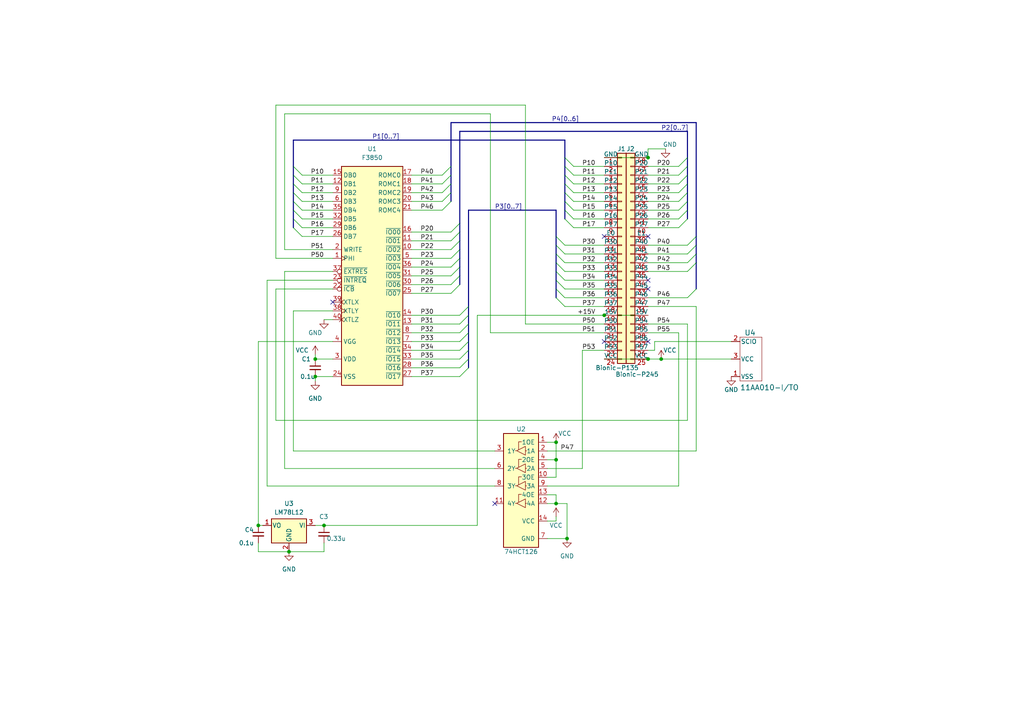
<source format=kicad_sch>
(kicad_sch (version 20230121) (generator eeschema)
  (paper "A4")
  (title_block (title "BionicF3850 Mezzanine") (date "2023-12-16") (rev "3") (company "Tadashi G. Takaoka"))
  (lib_symbols
    (symbol "0-LocalLibrary:11AA010-I_TO" (pin_names (offset 0.254))
      (property "Reference" "U" (at 2.54 1.27 0))
      (property "Value" "11AA010-I/TO" (at 3.81 -13.97 0))
      (symbol "11AA010-I_TO_0_1"
        (polyline (pts (xy 0 -12.7) (xy 6.35 -12.7)) (stroke (width 0.127)))
        (polyline (pts (xy 0 0) (xy 0 -12.7)) (stroke (width 0.127)))
        (polyline (pts (xy 6.35 -12.7) (xy 6.35 0)) (stroke (width 0.127)))
        (polyline (pts (xy 6.35 0) (xy 0 0)) (stroke (width 0.127)))
      )
      (symbol "11AA010-I_TO_1_1"
        (pin power_in line (at -2.54 -11.43 0) (length 2.54) (name "VSS") (number "1"))
        (pin bidirectional line (at -2.54 -1.27 0) (length 2.54) (name "SCIO") (number "2"))
        (pin power_in line (at -2.54 -6.35 0) (length 2.54) (name "VCC") (number "3"))
      )
    )
    (symbol "0-LocalLibrary:74HCT126" (pin_names (offset 1.016))
      (property "Reference" "U" (at 0 16.51 0))
      (property "Value" "74HCT126" (at 0 -19.05 0))
      (symbol "74HCT126_0_1"
        (polyline (pts (xy -1.2954 10.2108) (xy -1.6002 10.2108)))
        (polyline (pts (xy 1.2954 10.2362) (xy 1.651 10.2362)))
        (polyline (pts (xy 0.7112 10.5664) (xy 0.7112 12.827) (xy -0.127 12.827) (xy -0.1016 12.827)))
      )
      (symbol "74HCT126_1_0"
        (polyline (pts (xy 1.27 10.2362) (xy -1.27 11.5062) (xy -1.27 8.9662) (xy 1.27 10.2362)) (stroke (width 0.1524)))
        (pin input line (at -7.62 12.7 0) (length 2.54) (name "1OE") (number "1"))
        (pin input line (at -7.62 2.54 0) (length 2.54) (name "3OE") (number "10"))
        (pin tri_state line (at 7.62 -5.08 180) (length 2.54) (name "4Y") (number "11"))
        (pin input line (at -7.62 -5.08 0) (length 2.54) (name "4A") (number "12"))
        (pin input line (at -7.62 -2.54 0) (length 2.54) (name "4OE") (number "13"))
        (pin power_in line (at -7.62 -10.16 0) (length 2.54) (name "VCC") (number "14"))
        (pin input line (at -7.62 10.16 0) (length 2.54) (name "1A") (number "2"))
        (pin tri_state line (at 7.62 10.16 180) (length 2.54) (name "1Y") (number "3"))
        (pin input line (at -7.62 7.62 0) (length 2.54) (name "2OE") (number "4"))
        (pin input line (at -7.62 5.08 0) (length 2.54) (name "2A") (number "5"))
        (pin tri_state line (at 7.62 5.08 180) (length 2.54) (name "2Y") (number "6"))
        (pin power_in line (at -7.62 -15.24 0) (length 2.54) (name "GND") (number "7"))
        (pin tri_state line (at 7.62 0 180) (length 2.54) (name "3Y") (number "8"))
        (pin input line (at -7.62 0 0) (length 2.54) (name "3A") (number "9"))
      )
      (symbol "74HCT126_1_1"
        (rectangle (start -5.08 15.24) (end 5.08 -17.78) (stroke (width 0.254)) (fill (type background)))
        (polyline (pts (xy -1.2954 -5.0292) (xy -1.6002 -5.0292)))
        (polyline (pts (xy -1.2954 0.0508) (xy -1.6002 0.0508)))
        (polyline (pts (xy -1.2954 5.1308) (xy -1.6002 5.1308)))
        (polyline (pts (xy 1.2954 -5.0038) (xy 1.651 -5.0038)))
        (polyline (pts (xy 1.2954 0.0762) (xy 1.651 0.0762)))
        (polyline (pts (xy 1.2954 5.1562) (xy 1.651 5.1562)))
        (polyline (pts (xy 0.7112 -4.6736) (xy 0.7112 -2.413) (xy -0.127 -2.413) (xy -0.1016 -2.413)))
        (polyline (pts (xy 0.7112 0.4064) (xy 0.7112 2.667) (xy -0.127 2.667) (xy -0.1016 2.667)))
        (polyline (pts (xy 0.7112 5.4864) (xy 0.7112 7.747) (xy -0.127 7.747) (xy -0.1016 7.747)))
        (polyline (pts (xy 1.27 -5.0038) (xy -1.27 -3.7338) (xy -1.27 -6.2738) (xy 1.27 -5.0038)) (stroke (width 0.1524)))
        (polyline (pts (xy 1.27 0.0762) (xy -1.27 1.3462) (xy -1.27 -1.1938) (xy 1.27 0.0762)) (stroke (width 0.1524)))
        (polyline (pts (xy 1.27 5.1562) (xy -1.27 6.4262) (xy -1.27 3.8862) (xy 1.27 5.1562)) (stroke (width 0.1524)))
      )
    )
    (symbol "0-LocalLibrary:Bionic-P135" (pin_names (offset 0))
      (property "Reference" "J" (at 0 30.48 0))
      (property "Value" "Bionic-P135" (at -1.27 -33.02 0))
      (symbol "Bionic-P135_1_1"
        (rectangle (start -1.27 -30.353) (end 0 -30.607) (stroke (width 0.1524)))
        (rectangle (start -1.27 -27.813) (end 0 -28.067) (stroke (width 0.1524)))
        (rectangle (start -1.27 -25.273) (end 0 -25.527) (stroke (width 0.1524)))
        (rectangle (start -1.27 -22.733) (end 0 -22.987) (stroke (width 0.1524)))
        (rectangle (start -1.27 -20.193) (end 0 -20.447) (stroke (width 0.1524)))
        (rectangle (start -1.27 -17.653) (end 0 -17.907) (stroke (width 0.1524)))
        (rectangle (start -1.27 -15.113) (end 0 -15.367) (stroke (width 0.1524)))
        (rectangle (start -1.27 -12.573) (end 0 -12.827) (stroke (width 0.1524)))
        (rectangle (start -1.27 -10.033) (end 0 -10.287) (stroke (width 0.1524)))
        (rectangle (start -1.27 -7.493) (end 0 -7.747) (stroke (width 0.1524)))
        (rectangle (start -1.27 -4.953) (end 0 -5.207) (stroke (width 0.1524)))
        (rectangle (start -1.27 -2.413) (end 0 -2.667) (stroke (width 0.1524)))
        (rectangle (start -1.27 0.127) (end 0 -0.127) (stroke (width 0.1524)))
        (rectangle (start -1.27 2.667) (end 0 2.413) (stroke (width 0.1524)))
        (rectangle (start -1.27 5.207) (end 0 4.953) (stroke (width 0.1524)))
        (rectangle (start -1.27 7.747) (end 0 7.493) (stroke (width 0.1524)))
        (rectangle (start -1.27 10.287) (end 0 10.033) (stroke (width 0.1524)))
        (rectangle (start -1.27 12.827) (end 0 12.573) (stroke (width 0.1524)))
        (rectangle (start -1.27 15.367) (end 0 15.113) (stroke (width 0.1524)))
        (rectangle (start -1.27 17.907) (end 0 17.653) (stroke (width 0.1524)))
        (rectangle (start -1.27 20.447) (end 0 20.193) (stroke (width 0.1524)))
        (rectangle (start -1.27 22.987) (end 0 22.733) (stroke (width 0.1524)))
        (rectangle (start -1.27 25.527) (end 0 25.273) (stroke (width 0.1524)))
        (rectangle (start -1.27 28.067) (end 0 27.813) (stroke (width 0.1524)))
        (rectangle (start -1.27 29.21) (end 1.27 -31.75) (stroke (width 0.254)) (fill (type background)))
        (pin power_out line (at -5.08 27.94 0) (length 3.81) (name "GND") (number "1"))
        (pin bidirectional line (at -5.08 5.08 0) (length 3.81) (name "E0") (number "10"))
        (pin bidirectional line (at -5.08 2.54 0) (length 3.81) (name "P30") (number "11"))
        (pin bidirectional line (at -5.08 0 0) (length 3.81) (name "P31") (number "12"))
        (pin bidirectional line (at -5.08 -2.54 0) (length 3.81) (name "P32") (number "13"))
        (pin bidirectional line (at -5.08 -5.08 0) (length 3.81) (name "P33") (number "14"))
        (pin bidirectional line (at -5.08 -7.62 0) (length 3.81) (name "P34") (number "15"))
        (pin bidirectional line (at -5.08 -10.16 0) (length 3.81) (name "P35") (number "16"))
        (pin bidirectional line (at -5.08 -12.7 0) (length 3.81) (name "P36") (number "17"))
        (pin bidirectional line (at -5.08 -15.24 0) (length 3.81) (name "P37") (number "18"))
        (pin power_out line (at -5.08 -17.78 0) (length 3.81) (name "15V") (number "19"))
        (pin bidirectional line (at -5.08 25.4 0) (length 3.81) (name "P10") (number "2"))
        (pin bidirectional line (at -5.08 -20.32 0) (length 3.81) (name "P50") (number "20"))
        (pin bidirectional line (at -5.08 -22.86 0) (length 3.81) (name "P51") (number "21"))
        (pin bidirectional line (at -5.08 -25.4 0) (length 3.81) (name "P52") (number "22"))
        (pin bidirectional line (at -5.08 -27.94 0) (length 3.81) (name "P53") (number "23"))
        (pin power_out line (at -5.08 -30.48 0) (length 3.81) (name "VCC") (number "24"))
        (pin bidirectional line (at -5.08 22.86 0) (length 3.81) (name "P11") (number "3"))
        (pin bidirectional line (at -5.08 20.32 0) (length 3.81) (name "P12") (number "4"))
        (pin bidirectional line (at -5.08 17.78 0) (length 3.81) (name "P13") (number "5"))
        (pin bidirectional line (at -5.08 15.24 0) (length 3.81) (name "P14") (number "6"))
        (pin bidirectional line (at -5.08 12.7 0) (length 3.81) (name "P15") (number "7"))
        (pin bidirectional line (at -5.08 10.16 0) (length 3.81) (name "P16") (number "8"))
        (pin bidirectional line (at -5.08 7.62 0) (length 3.81) (name "P17") (number "9"))
      )
    )
    (symbol "0-LocalLibrary:Bionic-P245" (pin_names (offset 0))
      (property "Reference" "J" (at -3.81 30.48 0))
      (property "Value" "Bionic-P245" (at -1.27 -33.02 0))
      (symbol "Bionic-P245_1_1"
        (rectangle (start -5.08 -31.75) (end -2.54 29.21) (stroke (width 0.254)) (fill (type background)))
        (rectangle (start -3.81 -30.607) (end -2.54 -30.353) (stroke (width 0.1524)))
        (rectangle (start -3.81 -28.067) (end -2.54 -27.813) (stroke (width 0.1524)))
        (rectangle (start -3.81 -25.527) (end -2.54 -25.273) (stroke (width 0.1524)))
        (rectangle (start -3.81 -22.987) (end -2.54 -22.733) (stroke (width 0.1524)))
        (rectangle (start -3.81 -20.447) (end -2.54 -20.193) (stroke (width 0.1524)))
        (rectangle (start -3.81 -17.907) (end -2.54 -17.653) (stroke (width 0.1524)))
        (rectangle (start -3.81 -15.367) (end -2.54 -15.113) (stroke (width 0.1524)))
        (rectangle (start -3.81 -12.827) (end -2.54 -12.573) (stroke (width 0.1524)))
        (rectangle (start -3.81 -10.287) (end -2.54 -10.033) (stroke (width 0.1524)))
        (rectangle (start -3.81 -7.747) (end -2.54 -7.493) (stroke (width 0.1524)))
        (rectangle (start -3.81 -5.207) (end -2.54 -4.953) (stroke (width 0.1524)))
        (rectangle (start -3.81 -2.667) (end -2.54 -2.413) (stroke (width 0.1524)))
        (rectangle (start -3.81 -0.127) (end -2.54 0.127) (stroke (width 0.1524)))
        (rectangle (start -3.81 2.413) (end -2.54 2.667) (stroke (width 0.1524)))
        (rectangle (start -3.81 4.953) (end -2.54 5.207) (stroke (width 0.1524)))
        (rectangle (start -3.81 7.493) (end -2.54 7.747) (stroke (width 0.1524)))
        (rectangle (start -3.81 10.033) (end -2.54 10.287) (stroke (width 0.1524)))
        (rectangle (start -3.81 12.573) (end -2.54 12.827) (stroke (width 0.1524)))
        (rectangle (start -3.81 15.113) (end -2.54 15.367) (stroke (width 0.1524)))
        (rectangle (start -3.81 17.653) (end -2.54 17.907) (stroke (width 0.1524)))
        (rectangle (start -3.81 20.193) (end -2.54 20.447) (stroke (width 0.1524)))
        (rectangle (start -3.81 22.733) (end -2.54 22.987) (stroke (width 0.1524)))
        (rectangle (start -3.81 25.273) (end -2.54 25.527) (stroke (width 0.1524)))
        (rectangle (start -3.81 27.813) (end -2.54 28.067) (stroke (width 0.1524)))
        (pin power_in line (at 1.27 -30.48 180) (length 3.81) (name "VCC") (number "25"))
        (pin bidirectional line (at 1.27 -27.94 180) (length 3.81) (name "P57") (number "26"))
        (pin bidirectional line (at 1.27 -25.4 180) (length 3.81) (name "P56") (number "27"))
        (pin bidirectional line (at 1.27 -22.86 180) (length 3.81) (name "P55") (number "28"))
        (pin bidirectional line (at 1.27 -20.32 180) (length 3.81) (name "P54") (number "29"))
        (pin power_in line (at 1.27 -17.78 180) (length 3.81) (name "15V") (number "30"))
        (pin bidirectional line (at 1.27 -15.24 180) (length 3.81) (name "P47") (number "31"))
        (pin bidirectional line (at 1.27 -12.7 180) (length 3.81) (name "P46") (number "32"))
        (pin bidirectional line (at 1.27 -10.16 180) (length 3.81) (name "P45") (number "33"))
        (pin bidirectional line (at 1.27 -7.62 180) (length 3.81) (name "P44") (number "34"))
        (pin bidirectional line (at 1.27 -5.08 180) (length 3.81) (name "P43") (number "35"))
        (pin bidirectional line (at 1.27 -2.54 180) (length 3.81) (name "P42") (number "36"))
        (pin bidirectional line (at 1.27 0 180) (length 3.81) (name "P41") (number "37"))
        (pin bidirectional line (at 1.27 2.54 180) (length 3.81) (name "P40") (number "38"))
        (pin bidirectional line (at 1.27 5.08 180) (length 3.81) (name "E1") (number "39"))
        (pin bidirectional line (at 1.27 7.62 180) (length 3.81) (name "P27") (number "40"))
        (pin bidirectional line (at 1.27 10.16 180) (length 3.81) (name "P26") (number "41"))
        (pin bidirectional line (at 1.27 12.7 180) (length 3.81) (name "P25") (number "42"))
        (pin bidirectional line (at 1.27 15.24 180) (length 3.81) (name "P24") (number "43"))
        (pin bidirectional line (at 1.27 17.78 180) (length 3.81) (name "P23") (number "44"))
        (pin bidirectional line (at 1.27 20.32 180) (length 3.81) (name "P22") (number "45"))
        (pin bidirectional line (at 1.27 22.86 180) (length 3.81) (name "P21") (number "46"))
        (pin bidirectional line (at 1.27 25.4 180) (length 3.81) (name "P20") (number "47"))
        (pin power_in line (at 1.27 27.94 180) (length 3.81) (name "GND") (number "48"))
      )
    )
    (symbol "0-LocalLibrary:F3850"
      (property "Reference" "U" (at -1.27 31.75 0))
      (property "Value" "F3850" (at 0 -3.81 90))
      (symbol "F3850_0_0"
        (pin bidirectional line (at 11.43 -6.35 180) (length 2.54) (name "~{IO07}") (number "25"))
        (pin input inverted (at -11.43 0 0) (length 2.54) (name "~{EXTRES}") (number "37"))
        (pin input clock (at -11.43 -11.43 0) (length 2.54) (name "XTLY") (number "38"))
      )
      (symbol "F3850_0_1"
        (rectangle (start -8.89 -33.02) (end 8.89 30.48) (stroke (width 0.254)) (fill (type background)))
      )
      (symbol "F3850_1_1"
        (pin output clock (at -11.43 3.81 0) (length 2.54) (name "PHI") (number "1"))
        (pin bidirectional line (at 11.43 6.35 180) (length 2.54) (name "~{IO02}") (number "10"))
        (pin bidirectional line (at 11.43 8.89 180) (length 2.54) (name "~{IO01}") (number "11"))
        (pin bidirectional line (at -11.43 25.4 0) (length 2.54) (name "DB1") (number "12"))
        (pin bidirectional line (at 11.43 -15.24 180) (length 2.54) (name "~{IO11}") (number "13"))
        (pin bidirectional line (at 11.43 -12.7 180) (length 2.54) (name "~{IO10}") (number "14"))
        (pin bidirectional line (at -11.43 27.94 0) (length 2.54) (name "DB0") (number "15"))
        (pin bidirectional line (at 11.43 11.43 180) (length 2.54) (name "~{IO00}") (number "16"))
        (pin output line (at 11.43 27.94 180) (length 2.54) (name "ROMC0") (number "17"))
        (pin output line (at 11.43 25.4 180) (length 2.54) (name "ROMC1") (number "18"))
        (pin output line (at 11.43 22.86 180) (length 2.54) (name "ROMC2") (number "19"))
        (pin output line (at -11.43 6.35 0) (length 2.54) (name "WRITE") (number "2"))
        (pin output line (at 11.43 20.32 180) (length 2.54) (name "ROMC3") (number "20"))
        (pin output line (at 11.43 17.78 180) (length 2.54) (name "ROMC4") (number "21"))
        (pin output inverted (at -11.43 -5.08 0) (length 2.54) (name "~{ICB}") (number "22"))
        (pin input inverted (at -11.43 -2.54 0) (length 2.54) (name "~{INTREQ}") (number "23"))
        (pin power_in line (at -11.43 -30.48 0) (length 2.54) (name "VSS") (number "24"))
        (pin bidirectional line (at -11.43 10.16 0) (length 2.54) (name "DB7") (number "26"))
        (pin bidirectional line (at 11.43 -30.48 180) (length 2.54) (name "~{IO17}") (number "27"))
        (pin bidirectional line (at 11.43 -27.94 180) (length 2.54) (name "~{IO16}") (number "28"))
        (pin bidirectional line (at -11.43 12.7 0) (length 2.54) (name "DB6") (number "29"))
        (pin power_in line (at -11.43 -25.4 0) (length 2.54) (name "VDD") (number "3"))
        (pin bidirectional line (at 11.43 -3.81 180) (length 2.54) (name "~{IO06}") (number "30"))
        (pin bidirectional line (at 11.43 -1.27 180) (length 2.54) (name "~{IO05}") (number "31"))
        (pin bidirectional line (at -11.43 15.24 0) (length 2.54) (name "DB5") (number "32"))
        (pin bidirectional line (at 11.43 -25.4 180) (length 2.54) (name "~{IO15}") (number "33"))
        (pin bidirectional line (at 11.43 -22.86 180) (length 2.54) (name "~{IO14}") (number "34"))
        (pin bidirectional line (at -11.43 17.78 0) (length 2.54) (name "DB4") (number "35"))
        (pin bidirectional line (at 11.43 1.27 180) (length 2.54) (name "~{IO04}") (number "36"))
        (pin input non_logic (at -11.43 -8.89 0) (length 2.54) (name "XTLX") (number "39"))
        (pin power_in line (at -11.43 -20.32 0) (length 2.54) (name "VGG") (number "4"))
        (pin input non_logic (at -11.43 -13.97 0) (length 2.54) (name "XTLZ") (number "40"))
        (pin bidirectional line (at 11.43 3.81 180) (length 2.54) (name "~{IO03}") (number "5"))
        (pin bidirectional line (at -11.43 20.32 0) (length 2.54) (name "DB3") (number "6"))
        (pin bidirectional line (at 11.43 -20.32 180) (length 2.54) (name "~{IO13}") (number "7"))
        (pin bidirectional line (at 11.43 -17.78 180) (length 2.54) (name "~{IO12}") (number "8"))
        (pin bidirectional line (at -11.43 22.86 0) (length 2.54) (name "DB2") (number "9"))
      )
    )
    (symbol "Device:C_Small" (pin_numbers hide) (pin_names (offset 0.254) hide)
      (property "Reference" "C" (at 0.254 1.778 0))
      (property "Value" "C_Small" (at 0.254 -2.032 0))
      (symbol "C_Small_0_1"
        (polyline (pts (xy -1.524 -0.508) (xy 1.524 -0.508)) (stroke (width 0.3302)))
        (polyline (pts (xy -1.524 0.508) (xy 1.524 0.508)) (stroke (width 0.3048)))
      )
      (symbol "C_Small_1_1"
        (pin passive line (at 0 2.54 270) (length 2.032) (name "~") (number "1"))
        (pin passive line (at 0 -2.54 90) (length 2.032) (name "~") (number "2"))
      )
    )
    (symbol "GND_1" (power) (pin_names (offset 0))
      (property "Value" "GND_1" (at 0 -3.81 0))
      (symbol "GND_1_0_1"
        (polyline (pts (xy 0 0) (xy 0 -1.27) (xy 1.27 -1.27) (xy 0 -2.54) (xy -1.27 -1.27) (xy 0 -1.27)))
      )
      (symbol "GND_1_1_1"
        (pin power_in line (at 0 0 270) (length 0) hide (name "GND") (number "1"))
      )
    )
    (symbol "Regulator_Linear:L78L12_TO92" (pin_names (offset 0.254))
      (property "Reference" "U" (at -3.81 3.175 0))
      (property "Value" "L78L12_TO92" (at 0 3.175 0))
      (symbol "L78L12_TO92_0_1"
        (rectangle (start -5.08 -5.08) (end 5.08 1.905) (stroke (width 0.254)) (fill (type background)))
      )
      (symbol "L78L12_TO92_1_1"
        (pin power_out line (at 7.62 0 180) (length 2.54) (name "VO") (number "1"))
        (pin power_in line (at 0 -7.62 90) (length 2.54) (name "GND") (number "2"))
        (pin power_in line (at -7.62 0 0) (length 2.54) (name "VI") (number "3"))
      )
    )
    (symbol "VCC_1" (power) (pin_names (offset 0))
      (property "Value" "VCC_1" (at 0 3.81 0))
      (symbol "VCC_1_0_1"
        (polyline (pts (xy -0.762 1.27) (xy 0 2.54)))
        (polyline (pts (xy 0 0) (xy 0 2.54)))
        (polyline (pts (xy 0 2.54) (xy 0.762 1.27)))
      )
      (symbol "VCC_1_1_1"
        (pin power_in line (at 0 0 90) (length 0) hide (name "VCC") (number "1"))
      )
    )
  )
  (junction (at 161.29 128.27))
  (junction (at 161.29 146.05))
  (junction (at 187.96 104.14))
  (junction (at 83.82 160.02))
  (junction (at 191.77 104.14))
  (junction (at 74.93 152.4))
  (junction (at 91.44 109.22))
  (junction (at 187.96 45.72))
  (junction (at 164.465 156.21))
  (junction (at 91.44 104.14))
  (junction (at 161.29 133.35))
  (junction (at 93.98 152.4))
  (junction (at 175.26 91.44))
  (no_connect (at 187.96 99.06))
  (no_connect (at 187.96 81.28))
  (no_connect (at 96.52 87.63))
  (no_connect (at 187.96 83.82))
  (no_connect (at 187.96 68.58))
  (no_connect (at 143.51 146.05))
  (no_connect (at 175.26 68.58))
  (no_connect (at 175.26 99.06))
  (bus_entry (at 166.37 66.04) (size -2.54 -2.54))
  (bus_entry (at 161.29 73.66) (size 2.54 2.54))
  (bus_entry (at 199.39 45.72) (size -2.54 2.54))
  (bus_entry (at 130.81 55.88) (size -2.54 2.54))
  (bus_entry (at 87.63 63.5) (size -2.54 -2.54))
  (bus_entry (at 135.89 88.9) (size -2.54 2.54))
  (bus_entry (at 199.39 76.2) (size 2.54 -2.54))
  (bus_entry (at 87.63 58.42) (size -2.54 -2.54))
  (bus_entry (at 161.29 83.82) (size 2.54 2.54))
  (bus_entry (at 201.93 68.58) (size -2.54 2.54))
  (bus_entry (at 130.81 48.26) (size -2.54 2.54))
  (bus_entry (at 135.89 99.06) (size -2.54 2.54))
  (bus_entry (at 199.39 55.88) (size -2.54 2.54))
  (bus_entry (at 130.81 69.85) (size 2.54 -2.54))
  (bus_entry (at 135.89 96.52) (size -2.54 2.54))
  (bus_entry (at 161.29 68.58) (size 2.54 2.54))
  (bus_entry (at 199.39 48.26) (size -2.54 2.54))
  (bus_entry (at 161.29 86.36) (size 2.54 2.54))
  (bus_entry (at 87.63 53.34) (size -2.54 -2.54))
  (bus_entry (at 166.37 48.26) (size -2.54 -2.54))
  (bus_entry (at 166.37 50.8) (size -2.54 -2.54))
  (bus_entry (at 130.81 77.47) (size 2.54 -2.54))
  (bus_entry (at 199.39 86.36) (size 2.54 -2.54))
  (bus_entry (at 199.39 78.74) (size 2.54 -2.54))
  (bus_entry (at 201.93 71.12) (size -2.54 2.54))
  (bus_entry (at 130.81 53.34) (size -2.54 2.54))
  (bus_entry (at 161.29 78.74) (size 2.54 2.54))
  (bus_entry (at 166.37 55.88) (size -2.54 -2.54))
  (bus_entry (at 199.39 60.96) (size -2.54 2.54))
  (bus_entry (at 130.81 80.01) (size 2.54 -2.54))
  (bus_entry (at 87.63 66.04) (size -2.54 -2.54))
  (bus_entry (at 199.39 50.8) (size -2.54 2.54))
  (bus_entry (at 130.81 58.42) (size -2.54 2.54))
  (bus_entry (at 87.63 60.96) (size -2.54 -2.54))
  (bus_entry (at 87.63 50.8) (size -2.54 -2.54))
  (bus_entry (at 161.29 81.28) (size 2.54 2.54))
  (bus_entry (at 133.35 106.68) (size 2.54 -2.54))
  (bus_entry (at 166.37 58.42) (size -2.54 -2.54))
  (bus_entry (at 196.85 60.96) (size 2.54 -2.54))
  (bus_entry (at 133.35 72.39) (size -2.54 2.54))
  (bus_entry (at 161.29 71.12) (size 2.54 2.54))
  (bus_entry (at 161.29 76.2) (size 2.54 2.54))
  (bus_entry (at 133.35 104.14) (size 2.54 -2.54))
  (bus_entry (at 135.89 93.98) (size -2.54 2.54))
  (bus_entry (at 199.39 53.34) (size -2.54 2.54))
  (bus_entry (at 130.81 72.39) (size 2.54 -2.54))
  (bus_entry (at 166.37 53.34) (size -2.54 -2.54))
  (bus_entry (at 130.81 67.31) (size 2.54 -2.54))
  (bus_entry (at 87.63 55.88) (size -2.54 -2.54))
  (bus_entry (at 130.81 50.8) (size -2.54 2.54))
  (bus_entry (at 166.37 60.96) (size -2.54 -2.54))
  (bus_entry (at 133.35 109.22) (size 2.54 -2.54))
  (bus_entry (at 199.39 63.5) (size -2.54 2.54))
  (bus_entry (at 135.89 91.44) (size -2.54 2.54))
  (bus_entry (at 166.37 63.5) (size -2.54 -2.54))
  (bus_entry (at 133.35 82.55) (size -2.54 2.54))
  (bus_entry (at 133.35 80.01) (size -2.54 2.54))
  (bus_entry (at 87.63 68.58) (size -2.54 -2.54))
  (wire (pts (xy 142.24 96.52) (xy 175.26 96.52)))
  (wire (pts (xy 187.96 101.6) (xy 189.865 101.6)))
  (wire (pts (xy 119.38 85.09) (xy 130.81 85.09)))
  (bus (pts (xy 163.83 45.72) (xy 163.83 48.26)))
  (bus (pts (xy 135.89 88.9) (xy 135.89 91.44)))
  (wire (pts (xy 187.96 43.18) (xy 193.04 43.18)))
  (wire (pts (xy 96.52 66.04) (xy 87.63 66.04)))
  (wire (pts (xy 96.52 55.88) (xy 87.63 55.88)))
  (bus (pts (xy 135.89 93.98) (xy 135.89 96.52)))
  (wire (pts (xy 93.98 160.02) (xy 83.82 160.02)))
  (bus (pts (xy 161.29 73.66) (xy 161.29 76.2)))
  (wire (pts (xy 119.38 72.39) (xy 130.81 72.39)))
  (wire (pts (xy 187.96 55.88) (xy 196.85 55.88)))
  (wire (pts (xy 175.26 63.5) (xy 166.37 63.5)))
  (wire (pts (xy 119.38 91.44) (xy 133.35 91.44)))
  (wire (pts (xy 187.96 60.96) (xy 196.85 60.96)))
  (bus (pts (xy 161.29 78.74) (xy 161.29 81.28)))
  (wire (pts (xy 96.52 68.58) (xy 87.63 68.58)))
  (bus (pts (xy 135.89 104.14) (xy 135.89 106.68)))
  (wire (pts (xy 158.75 128.27) (xy 161.29 128.27)))
  (wire (pts (xy 138.43 91.44) (xy 175.26 91.44)))
  (bus (pts (xy 133.35 72.39) (xy 133.35 74.93)))
  (wire (pts (xy 161.29 133.35) (xy 161.29 138.43)))
  (wire (pts (xy 196.85 96.52) (xy 196.85 140.97)))
  (wire (pts (xy 119.38 58.42) (xy 128.27 58.42)))
  (wire (pts (xy 93.98 157.48) (xy 93.98 160.02)))
  (bus (pts (xy 135.89 99.06) (xy 135.89 101.6)))
  (bus (pts (xy 201.93 76.2) (xy 201.93 83.82)))
  (wire (pts (xy 161.29 128.27) (xy 161.29 133.35)))
  (wire (pts (xy 82.55 72.39) (xy 82.55 33.02)))
  (wire (pts (xy 130.81 82.55) (xy 119.38 82.55)))
  (wire (pts (xy 96.52 53.34) (xy 87.63 53.34)))
  (wire (pts (xy 119.38 69.85) (xy 130.81 69.85)))
  (bus (pts (xy 133.35 74.93) (xy 133.35 77.47)))
  (wire (pts (xy 163.83 76.2) (xy 175.26 76.2)))
  (bus (pts (xy 161.29 71.12) (xy 161.29 73.66)))
  (wire (pts (xy 187.96 48.26) (xy 196.85 48.26)))
  (wire (pts (xy 152.4 93.98) (xy 175.26 93.98)))
  (wire (pts (xy 175.26 60.96) (xy 166.37 60.96)))
  (wire (pts (xy 96.52 99.06) (xy 74.93 99.06)))
  (wire (pts (xy 187.96 78.74) (xy 199.39 78.74)))
  (wire (pts (xy 187.96 88.9) (xy 201.93 88.9)))
  (wire (pts (xy 74.93 157.48) (xy 74.93 160.02)))
  (wire (pts (xy 187.96 50.8) (xy 196.85 50.8)))
  (wire (pts (xy 82.55 33.02) (xy 142.24 33.02)))
  (wire (pts (xy 175.26 53.34) (xy 166.37 53.34)))
  (bus (pts (xy 163.83 48.26) (xy 163.83 50.8)))
  (wire (pts (xy 187.96 43.18) (xy 187.96 45.72)))
  (wire (pts (xy 189.865 101.6) (xy 189.865 99.06)))
  (bus (pts (xy 130.81 53.34) (xy 130.81 55.88)))
  (wire (pts (xy 163.83 86.36) (xy 175.26 86.36)))
  (wire (pts (xy 196.85 140.97) (xy 158.75 140.97)))
  (bus (pts (xy 163.83 55.88) (xy 163.83 58.42)))
  (wire (pts (xy 119.38 104.14) (xy 133.35 104.14)))
  (wire (pts (xy 93.98 152.4) (xy 138.43 152.4)))
  (wire (pts (xy 119.38 74.93) (xy 130.81 74.93)))
  (wire (pts (xy 161.29 146.05) (xy 164.465 146.05)))
  (wire (pts (xy 187.96 76.2) (xy 199.39 76.2)))
  (wire (pts (xy 158.75 130.81) (xy 201.93 130.81)))
  (wire (pts (xy 119.38 80.01) (xy 130.81 80.01)))
  (bus (pts (xy 201.93 35.56) (xy 201.93 68.58)))
  (bus (pts (xy 135.89 60.96) (xy 135.89 88.9)))
  (wire (pts (xy 175.26 66.04) (xy 166.37 66.04)))
  (wire (pts (xy 161.29 146.05) (xy 161.29 143.51)))
  (wire (pts (xy 119.38 109.22) (xy 133.35 109.22)))
  (wire (pts (xy 175.26 55.88) (xy 166.37 55.88)))
  (wire (pts (xy 85.09 90.17) (xy 85.09 130.81)))
  (bus (pts (xy 163.83 50.8) (xy 163.83 53.34)))
  (wire (pts (xy 82.55 72.39) (xy 96.52 72.39)))
  (bus (pts (xy 199.39 45.72) (xy 199.39 48.26)))
  (wire (pts (xy 119.38 60.96) (xy 128.27 60.96)))
  (wire (pts (xy 119.38 55.88) (xy 128.27 55.88)))
  (bus (pts (xy 85.09 40.64) (xy 85.09 48.26)))
  (bus (pts (xy 161.29 81.28) (xy 161.29 83.82)))
  (bus (pts (xy 199.39 48.26) (xy 199.39 50.8)))
  (wire (pts (xy 142.24 33.02) (xy 142.24 96.52)))
  (bus (pts (xy 201.93 68.58) (xy 201.93 71.12)))
  (wire (pts (xy 93.98 92.71) (xy 96.52 92.71)))
  (wire (pts (xy 85.09 130.81) (xy 143.51 130.81)))
  (bus (pts (xy 135.89 91.44) (xy 135.89 93.98)))
  (wire (pts (xy 158.75 156.21) (xy 164.465 156.21)))
  (bus (pts (xy 85.09 50.8) (xy 85.09 53.34)))
  (bus (pts (xy 85.09 63.5) (xy 85.09 66.04)))
  (bus (pts (xy 199.39 60.96) (xy 199.39 63.5)))
  (wire (pts (xy 82.55 135.89) (xy 143.51 135.89)))
  (bus (pts (xy 85.09 48.26) (xy 85.09 50.8)))
  (wire (pts (xy 119.38 67.31) (xy 130.81 67.31)))
  (wire (pts (xy 187.96 53.34) (xy 196.85 53.34)))
  (wire (pts (xy 161.29 151.13) (xy 161.29 149.86)))
  (wire (pts (xy 191.77 104.14) (xy 212.09 104.14)))
  (wire (pts (xy 199.39 93.98) (xy 199.39 121.92)))
  (wire (pts (xy 187.96 66.04) (xy 196.85 66.04)))
  (wire (pts (xy 91.44 104.14) (xy 91.44 102.87)))
  (wire (pts (xy 96.52 60.96) (xy 87.63 60.96)))
  (bus (pts (xy 201.93 71.12) (xy 201.93 73.66)))
  (wire (pts (xy 96.52 78.74) (xy 82.55 78.74)))
  (wire (pts (xy 187.96 104.14) (xy 191.77 104.14)))
  (wire (pts (xy 158.75 146.05) (xy 161.29 146.05)))
  (bus (pts (xy 133.35 67.31) (xy 133.35 69.85)))
  (wire (pts (xy 175.26 45.72) (xy 187.96 45.72)))
  (wire (pts (xy 119.38 99.06) (xy 133.35 99.06)))
  (wire (pts (xy 80.01 30.48) (xy 152.4 30.48)))
  (wire (pts (xy 163.83 83.82) (xy 175.26 83.82)))
  (wire (pts (xy 187.96 93.98) (xy 199.39 93.98)))
  (bus (pts (xy 199.39 58.42) (xy 199.39 60.96)))
  (wire (pts (xy 119.38 93.98) (xy 133.35 93.98)))
  (bus (pts (xy 85.09 53.34) (xy 85.09 55.88)))
  (wire (pts (xy 119.38 106.68) (xy 133.35 106.68)))
  (wire (pts (xy 119.38 77.47) (xy 130.81 77.47)))
  (wire (pts (xy 80.01 74.93) (xy 80.01 30.48)))
  (wire (pts (xy 80.01 83.82) (xy 96.52 83.82)))
  (wire (pts (xy 199.39 121.92) (xy 80.01 121.92)))
  (bus (pts (xy 133.35 64.77) (xy 133.35 67.31)))
  (wire (pts (xy 168.91 101.6) (xy 168.91 135.89)))
  (wire (pts (xy 175.26 48.26) (xy 166.37 48.26)))
  (wire (pts (xy 96.52 58.42) (xy 87.63 58.42)))
  (wire (pts (xy 152.4 30.48) (xy 152.4 93.98)))
  (bus (pts (xy 133.35 80.01) (xy 133.35 82.55)))
  (wire (pts (xy 163.83 71.12) (xy 175.26 71.12)))
  (wire (pts (xy 187.96 71.12) (xy 199.39 71.12)))
  (wire (pts (xy 76.2 152.4) (xy 74.93 152.4)))
  (bus (pts (xy 130.81 48.26) (xy 130.81 50.8)))
  (bus (pts (xy 85.09 55.88) (xy 85.09 58.42)))
  (bus (pts (xy 135.89 96.52) (xy 135.89 99.06)))
  (bus (pts (xy 199.39 38.1) (xy 199.39 45.72)))
  (wire (pts (xy 96.52 63.5) (xy 87.63 63.5)))
  (bus (pts (xy 201.93 73.66) (xy 201.93 76.2)))
  (bus (pts (xy 161.29 76.2) (xy 161.29 78.74)))
  (wire (pts (xy 158.75 143.51) (xy 161.29 143.51)))
  (bus (pts (xy 135.89 101.6) (xy 135.89 104.14)))
  (bus (pts (xy 130.81 50.8) (xy 130.81 53.34)))
  (wire (pts (xy 163.83 81.28) (xy 175.26 81.28)))
  (bus (pts (xy 161.29 60.96) (xy 161.29 68.58)))
  (wire (pts (xy 187.96 73.66) (xy 199.39 73.66)))
  (wire (pts (xy 74.93 160.02) (xy 83.82 160.02)))
  (bus (pts (xy 135.89 60.96) (xy 161.29 60.96)))
  (wire (pts (xy 80.01 74.93) (xy 96.52 74.93)))
  (bus (pts (xy 85.09 40.64) (xy 163.83 40.64)))
  (wire (pts (xy 82.55 78.74) (xy 82.55 135.89)))
  (bus (pts (xy 161.29 83.82) (xy 161.29 86.36)))
  (bus (pts (xy 85.09 58.42) (xy 85.09 60.96)))
  (wire (pts (xy 175.26 104.14) (xy 187.96 104.14)))
  (wire (pts (xy 164.465 146.05) (xy 164.465 156.21)))
  (wire (pts (xy 163.83 73.66) (xy 175.26 73.66)))
  (wire (pts (xy 189.865 99.06) (xy 212.09 99.06)))
  (wire (pts (xy 168.91 135.89) (xy 158.75 135.89)))
  (wire (pts (xy 187.96 63.5) (xy 196.85 63.5)))
  (bus (pts (xy 163.83 58.42) (xy 163.83 60.96)))
  (bus (pts (xy 133.35 77.47) (xy 133.35 80.01)))
  (wire (pts (xy 80.01 121.92) (xy 80.01 83.82)))
  (bus (pts (xy 161.29 68.58) (xy 161.29 71.12)))
  (wire (pts (xy 93.98 152.4) (xy 91.44 152.4)))
  (bus (pts (xy 199.39 55.88) (xy 199.39 58.42)))
  (bus (pts (xy 130.81 35.56) (xy 201.93 35.56)))
  (wire (pts (xy 161.29 133.35) (xy 158.75 133.35)))
  (wire (pts (xy 168.91 101.6) (xy 175.26 101.6)))
  (wire (pts (xy 187.96 86.36) (xy 199.39 86.36)))
  (wire (pts (xy 175.26 50.8) (xy 166.37 50.8)))
  (bus (pts (xy 199.39 38.1) (xy 133.35 38.1)))
  (bus (pts (xy 163.83 60.96) (xy 163.83 63.5)))
  (bus (pts (xy 163.83 40.64) (xy 163.83 45.72)))
  (wire (pts (xy 119.38 96.52) (xy 133.35 96.52)))
  (wire (pts (xy 77.47 81.28) (xy 96.52 81.28)))
  (wire (pts (xy 91.44 109.22) (xy 96.52 109.22)))
  (wire (pts (xy 161.29 151.13) (xy 158.75 151.13)))
  (wire (pts (xy 77.47 81.28) (xy 77.47 140.97)))
  (bus (pts (xy 133.35 69.85) (xy 133.35 72.39)))
  (wire (pts (xy 163.83 88.9) (xy 175.26 88.9)))
  (wire (pts (xy 201.93 88.9) (xy 201.93 130.81)))
  (bus (pts (xy 130.81 55.88) (xy 130.81 58.42)))
  (bus (pts (xy 85.09 60.96) (xy 85.09 63.5)))
  (wire (pts (xy 96.52 90.17) (xy 85.09 90.17)))
  (wire (pts (xy 187.96 96.52) (xy 196.85 96.52)))
  (wire (pts (xy 119.38 53.34) (xy 128.27 53.34)))
  (wire (pts (xy 77.47 140.97) (xy 143.51 140.97)))
  (bus (pts (xy 199.39 50.8) (xy 199.39 53.34)))
  (bus (pts (xy 163.83 53.34) (xy 163.83 55.88)))
  (wire (pts (xy 96.52 50.8) (xy 87.63 50.8)))
  (wire (pts (xy 138.43 91.44) (xy 138.43 152.4)))
  (bus (pts (xy 133.35 38.1) (xy 133.35 64.77)))
  (wire (pts (xy 119.38 101.6) (xy 133.35 101.6)))
  (wire (pts (xy 161.29 138.43) (xy 158.75 138.43)))
  (wire (pts (xy 175.26 91.44) (xy 187.96 91.44)))
  (wire (pts (xy 74.93 99.06) (xy 74.93 152.4)))
  (wire (pts (xy 119.38 50.8) (xy 128.27 50.8)))
  (wire (pts (xy 175.26 58.42) (xy 166.37 58.42)))
  (wire (pts (xy 91.44 110.49) (xy 91.44 109.22)))
  (wire (pts (xy 187.96 58.42) (xy 196.85 58.42)))
  (wire (pts (xy 163.83 78.74) (xy 175.26 78.74)))
  (bus (pts (xy 130.81 35.56) (xy 130.81 48.26)))
  (bus (pts (xy 199.39 53.34) (xy 199.39 55.88)))
  (wire (pts (xy 91.44 104.14) (xy 96.52 104.14)))
  (label "P26" (at 190.5 63.5 0))
  (label "P21" (at 121.92 69.85 0))
  (label "P42" (at 121.92 55.88 0))
  (label "P12" (at 93.98 55.88 180))
  (label "P3[0..7]" (at 143.51 60.96 0))
  (label "P22" (at 121.92 72.39 0))
  (label "P41" (at 190.5 73.66 0))
  (label "P55" (at 190.5 96.52 0))
  (label "P17" (at 172.72 66.04 180))
  (label "P35" (at 172.72 83.82 180))
  (label "P10" (at 93.98 50.8 180))
  (label "P24" (at 121.92 77.47 0))
  (label "P17" (at 93.98 68.58 180))
  (label "P36" (at 172.72 86.36 180))
  (label "P27" (at 190.5 66.04 0))
  (label "P21" (at 190.5 50.8 0))
  (label "P46" (at 121.92 60.96 0))
  (label "P50" (at 172.72 93.98 180))
  (label "P2[0..7]" (at 191.77 38.1 0))
  (label "P16" (at 93.98 66.04 180))
  (label "P25" (at 190.5 60.96 0))
  (label "P40" (at 190.5 71.12 0))
  (label "P15" (at 172.72 60.96 180))
  (label "P41" (at 121.92 53.34 0))
  (label "+15V" (at 172.72 91.44 180))
  (label "P22" (at 190.5 53.34 0))
  (label "P46" (at 190.5 86.36 0))
  (label "P27" (at 121.92 85.09 0))
  (label "P4[0..6]" (at 160.02 35.56 0))
  (label "P13" (at 172.72 55.88 180))
  (label "P12" (at 172.72 53.34 180))
  (label "P34" (at 121.92 101.6 0))
  (label "P31" (at 121.92 93.98 0))
  (label "P23" (at 121.92 74.93 0))
  (label "P33" (at 121.92 99.06 0))
  (label "P13" (at 93.98 58.42 180))
  (label "P33" (at 172.72 78.74 180))
  (label "P30" (at 172.72 71.12 180))
  (label "P37" (at 172.72 88.9 180))
  (label "P16" (at 172.72 63.5 180))
  (label "P25" (at 121.92 80.01 0))
  (label "P1[0..7]" (at 107.95 40.64 0))
  (label "P30" (at 121.92 91.44 0))
  (label "P35" (at 121.92 104.14 0))
  (label "P51" (at 93.98 72.39 180))
  (label "P11" (at 172.72 50.8 180))
  (label "P24" (at 190.5 58.42 0))
  (label "P43" (at 190.5 78.74 0))
  (label "P20" (at 121.92 67.31 0))
  (label "P50" (at 93.98 74.93 180))
  (label "P51" (at 172.72 96.52 180))
  (label "P34" (at 172.72 81.28 180))
  (label "P40" (at 121.92 50.8 0))
  (label "P36" (at 121.92 106.68 0))
  (label "P43" (at 121.92 58.42 0))
  (label "P32" (at 121.92 96.52 0))
  (label "P10" (at 172.72 48.26 180))
  (label "P14" (at 172.72 58.42 180))
  (label "P15" (at 93.98 63.5 180))
  (label "P54" (at 190.5 93.98 0))
  (label "P14" (at 93.98 60.96 180))
  (label "P47" (at 162.56 130.81 0))
  (label "P31" (at 172.72 73.66 180))
  (label "P53" (at 172.72 101.6 180))
  (label "P37" (at 121.92 109.22 0))
  (label "P11" (at 93.98 53.34 180))
  (label "P20" (at 190.5 48.26 0))
  (label "P47" (at 190.5 88.9 0))
  (label "P42" (at 190.5 76.2 0))
  (label "P26" (at 121.92 82.55 0))
  (label "P32" (at 172.72 76.2 180))
  (label "P23" (at 190.5 55.88 0))
  (symbol (lib_id "Device:C_Small") (at 91.44 106.68 0) (mirror y) (unit 1)
    (property "Reference" "C1" (at 90.17 104.14 0) (effects (justify left)))
    (property "Value" "0.1u" (at 91.44 109.22 0) (effects (justify left)))
    (property "Footprint" "Capacitor_THT:C_Disc_D3.4mm_W2.1mm_P2.50mm" (effects hide))
  )
  (symbol (lib_id "0-LocalLibrary:74HCT126") (at 151.13 140.97 0) (mirror y) (unit 1)
    (property "Reference" "U2" (at 151.13 124.46 0))
    (property "Value" "74HCT126" (at 151.13 160.02 0))
    (property "Footprint" "Package_DIP:DIP-14_W7.62mm_Socket" (effects hide))
    (property "Datasheet" "https://www.ti.com/lit/ds/symlink/cd74hct126.pdf" (effects hide))
  )
  (symbol (lib_id "0-LocalLibrary:Bionic-P135") (at 180.34 73.66 0) (unit 1)
    (property "Reference" "J1" (at 179.07 43.18 0) (effects (justify left)))
    (property "Value" "Bionic-P135" (at 172.72 106.68 0) (effects (justify left)))
    (property "Footprint" "connector:Bionic-P135_Vertical" (effects hide))
  )
  (symbol (lib_name "GND_1") (lib_id "power:GND") (at 83.82 160.02 0) (mirror y) (unit 1)
    (property "Reference" "#PWR05" (effects hide))
    (property "Value" "GND" (at 83.82 165.1 0))
  )
  (symbol (lib_id "0-LocalLibrary:F3850") (at 107.95 78.74 0) (unit 1)
    (property "Reference" "U1" (at 107.95 43.18 0))
    (property "Value" "F3850" (at 107.95 45.72 0))
    (property "Footprint" "Package_DIP:DIP-40_W15.24mm_Socket" (effects hide))
    (property "Datasheet" "https://datasheetspdf.com/datasheet/F3850.html" (effects hide))
  )
  (symbol (lib_id "Device:C_Small") (at 74.93 154.94 0) (mirror y) (unit 1)
    (property "Reference" "C4" (at 73.66 153.67 0) (effects (justify left)))
    (property "Value" "0.1u" (at 73.66 157.48 0) (effects (justify left)))
    (property "Footprint" "Capacitor_THT:C_Disc_D3.4mm_W2.1mm_P2.50mm" (effects hide))
  )
  (symbol (lib_name "VCC_1") (lib_id "power:VCC") (at 91.44 102.87 0) (unit 1)
    (property "Reference" "#PWR03" (effects hide))
    (property "Value" "VCC" (at 87.63 101.6 0))
  )
  (symbol (lib_id "Device:C_Small") (at 93.98 154.94 0) (mirror y) (unit 1)
    (property "Reference" "C3" (at 95.25 149.86 0) (effects (justify left)))
    (property "Value" "0.33u" (at 100.33 156.21 0) (effects (justify left)))
    (property "Footprint" "Capacitor_THT:C_Disc_D3.4mm_W2.1mm_P2.50mm" (effects hide))
  )
  (symbol (lib_name "GND_1") (lib_id "power:GND") (at 93.98 92.71 0) (unit 1)
    (property "Reference" "#PWR02" (effects hide))
    (property "Value" "GND" (at 91.44 96.52 0))
  )
  (symbol (lib_name "VCC_1") (lib_id "power:VCC") (at 161.29 149.86 0) (unit 1)
    (property "Reference" "#PWR08" (effects hide))
    (property "Value" "VCC" (at 161.29 152.4 0))
  )
  (symbol (lib_name "VCC_1") (lib_id "power:VCC") (at 161.29 128.27 0) (unit 1)
    (property "Reference" "#PWR06" (effects hide))
    (property "Value" "VCC" (at 163.83 125.73 0))
  )
  (symbol (lib_name "GND_1") (lib_id "power:GND") (at 212.09 109.22 0) (unit 1)
    (property "Reference" "#PWR07" (effects hide))
    (property "Value" "GND" (at 212.09 113.03 0))
  )
  (symbol (lib_name "VCC_1") (lib_id "power:VCC") (at 191.77 104.14 0) (unit 1)
    (property "Reference" "#PWR04" (effects hide))
    (property "Value" "VCC" (at 194.31 101.6 0))
  )
  (symbol (lib_id "Regulator_Linear:L78L12_TO92") (at 83.82 152.4 0) (mirror y) (unit 1)
    (property "Reference" "U3" (at 83.82 146.05 0))
    (property "Value" "LM78L12" (at 83.82 148.59 0))
    (property "Footprint" "Package_TO_SOT_THT:TO-92_Inline" (effects hide))
    (property "Datasheet" "http://www.st.com/content/ccc/resource/technical/document/datasheet/15/55/e5/aa/23/5b/43/fd/CD00000446.pdf/files/CD00000446.pdf/jcr:content/translations/en.CD00000446.pdf" (effects hide))
  )
  (symbol (lib_name "GND_1") (lib_id "power:GND") (at 164.465 156.21 0) (unit 1)
    (property "Reference" "#PWR010" (effects hide))
    (property "Value" "GND" (at 164.465 161.29 0))
  )
  (symbol (lib_name "GND_1") (lib_id "power:GND") (at 91.44 110.49 0) (unit 1)
    (property "Reference" "#PWR012" (effects hide))
    (property "Value" "GND" (at 91.44 115.57 0))
  )
  (symbol (lib_name "GND_1") (lib_id "power:GND") (at 193.04 43.18 0) (unit 1)
    (property "Reference" "#PWR01" (effects hide))
    (property "Value" "GND" (at 194.31 41.91 0))
  )
  (symbol (lib_id "0-LocalLibrary:Bionic-P245") (at 186.69 73.66 0) (unit 1)
    (property "Reference" "J2" (at 182.88 43.18 0))
    (property "Value" "Bionic-P245" (at 184.785 108.585 0))
    (property "Footprint" "connector:Bionic-P245_Vertical" (effects hide))
  )
  (symbol (lib_id "0-LocalLibrary:11AA010-I_TO") (at 214.63 97.79 0) (unit 1)
    (property "Reference" "U4" (at 215.9 96.52 0) (effects (font (size 1.524 1.524)) (justify left)))
    (property "Value" "11AA010-I/TO" (at 214.63 112.395 0) (effects (font (size 1.524 1.524)) (justify left)))
    (property "Footprint" "0-LocalLibrary:TO-92_MC_MCH" (effects hide))
    (property "Datasheet" "11AA010-I/TO" (effects hide))
  )
)
</source>
